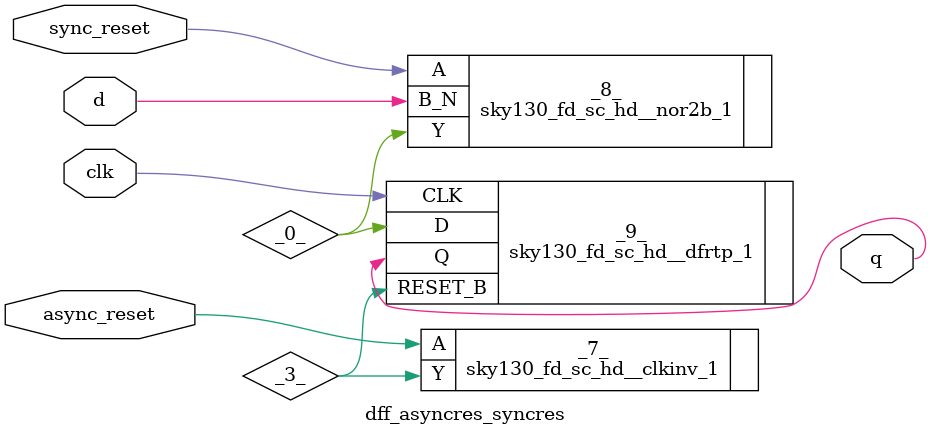
<source format=v>
/* Generated by Yosys 0.47+121 (git sha1 98b4affc4, g++ 13.2.0-23ubuntu4 -fPIC -O3) */

module dff_asyncres_syncres(clk, async_reset, sync_reset, d, q);
  wire _0_;
  wire _1_;
  wire _2_;
  wire _3_;
  wire _4_;
  wire _5_;
  wire _6_;
  input async_reset;
  wire async_reset;
  input clk;
  wire clk;
  input d;
  wire d;
  output q;
  wire q;
  input sync_reset;
  wire sync_reset;
  sky130_fd_sc_hd__clkinv_1 _7_ (
    .A(_2_),
    .Y(_3_)
  );
  sky130_fd_sc_hd__nor2b_1 _8_ (
    .A(_5_),
    .B_N(_4_),
    .Y(_1_)
  );
  sky130_fd_sc_hd__dfrtp_1 _9_ (
    .CLK(clk),
    .D(_0_),
    .Q(q),
    .RESET_B(_6_)
  );
  assign _4_ = d;
  assign _5_ = sync_reset;
  assign _0_ = _1_;
  assign _2_ = async_reset;
  assign _6_ = _3_;
endmodule

</source>
